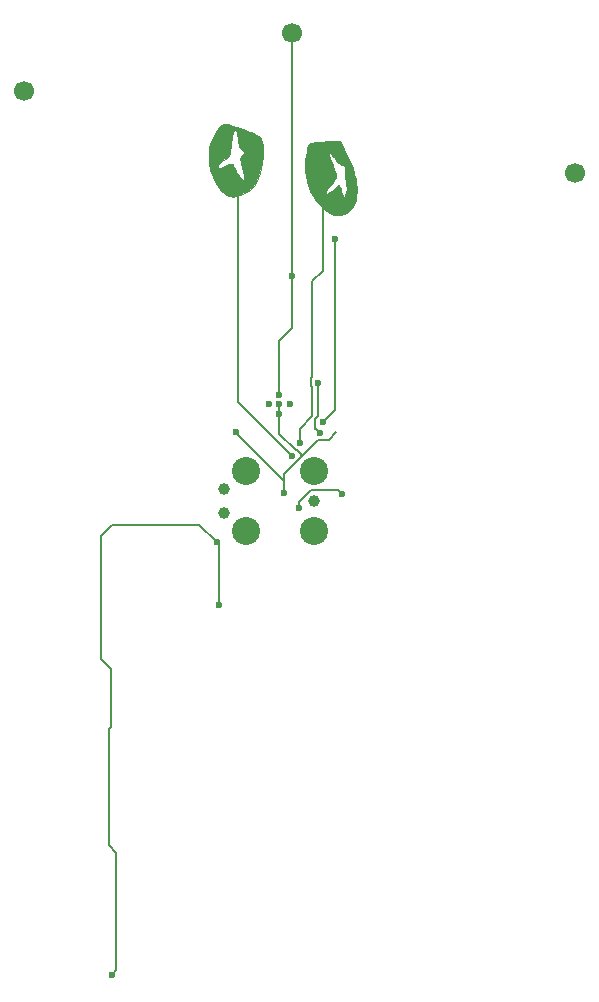
<source format=gtl>
G04 #@! TF.GenerationSoftware,KiCad,Pcbnew,5.1.4-e60b266~84~ubuntu19.04.1*
G04 #@! TF.CreationDate,2019-08-17T12:08:49-07:00*
G04 #@! TF.ProjectId,trevor2,74726576-6f72-4322-9e6b-696361645f70,rev?*
G04 #@! TF.SameCoordinates,Original*
G04 #@! TF.FileFunction,Copper,L1,Top*
G04 #@! TF.FilePolarity,Positive*
%FSLAX46Y46*%
G04 Gerber Fmt 4.6, Leading zero omitted, Abs format (unit mm)*
G04 Created by KiCad (PCBNEW 5.1.4-e60b266~84~ubuntu19.04.1) date 2019-08-17 12:08:49*
%MOMM*%
%LPD*%
G04 APERTURE LIST*
%ADD10C,0.010000*%
%ADD11C,1.700000*%
%ADD12C,0.990600*%
%ADD13C,2.375000*%
%ADD14C,0.600000*%
%ADD15C,0.180000*%
G04 APERTURE END LIST*
D10*
G36*
X144167834Y-67772140D02*
G01*
X144289917Y-67796192D01*
X144476752Y-67847804D01*
X144714808Y-67922282D01*
X144990554Y-68014933D01*
X145290458Y-68121061D01*
X145600992Y-68235973D01*
X145908623Y-68354975D01*
X146199820Y-68473373D01*
X146249962Y-68494476D01*
X146561873Y-68636102D01*
X146801553Y-68773003D01*
X146978131Y-68919094D01*
X147100732Y-69088289D01*
X147178485Y-69294501D01*
X147220518Y-69551645D01*
X147235957Y-69873634D01*
X147236771Y-69998767D01*
X147218681Y-70497613D01*
X147167227Y-71005252D01*
X147086002Y-71503138D01*
X146978599Y-71972721D01*
X146848610Y-72395454D01*
X146705714Y-72740382D01*
X146512660Y-73049138D01*
X146252583Y-73317455D01*
X145922205Y-73547842D01*
X145518244Y-73742809D01*
X145282203Y-73829624D01*
X144976900Y-73910652D01*
X144716000Y-73931321D01*
X144485368Y-73892438D01*
X144441779Y-73877641D01*
X144161122Y-73758935D01*
X143918400Y-73619366D01*
X143706531Y-73449849D01*
X143518430Y-73241300D01*
X143347014Y-72984633D01*
X143185200Y-72670763D01*
X143025905Y-72290607D01*
X142872009Y-71864334D01*
X142797182Y-71640455D01*
X142745692Y-71466376D01*
X142712484Y-71314077D01*
X142707660Y-71275800D01*
X143448895Y-71275800D01*
X143459551Y-71390985D01*
X143469334Y-71419834D01*
X143512740Y-71491471D01*
X143580355Y-71519004D01*
X143684691Y-71501257D01*
X143838256Y-71437054D01*
X143963674Y-71373405D01*
X144207813Y-71250088D01*
X144390596Y-71171091D01*
X144520947Y-71133515D01*
X144607787Y-71134464D01*
X144643132Y-71152661D01*
X144688926Y-71211948D01*
X144758984Y-71326939D01*
X144841035Y-71476959D01*
X144875636Y-71544473D01*
X145015359Y-71807925D01*
X145157796Y-72050255D01*
X145295829Y-72261570D01*
X145422339Y-72431976D01*
X145530206Y-72551582D01*
X145612311Y-72610494D01*
X145644705Y-72613177D01*
X145671215Y-72562454D01*
X145685123Y-72442273D01*
X145686258Y-72325828D01*
X145663616Y-72109142D01*
X145603492Y-71819896D01*
X145506822Y-71462167D01*
X145425271Y-71176954D01*
X145370242Y-70959359D01*
X145341668Y-70796615D01*
X145339479Y-70675956D01*
X145363609Y-70584616D01*
X145413990Y-70509829D01*
X145490553Y-70438831D01*
X145501334Y-70430090D01*
X145627467Y-70304556D01*
X145671398Y-70192919D01*
X145633257Y-70089340D01*
X145513175Y-69987978D01*
X145511295Y-69986789D01*
X145398677Y-69908355D01*
X145311211Y-69834802D01*
X145294253Y-69816692D01*
X145265908Y-69748104D01*
X145233304Y-69615481D01*
X145200794Y-69439017D01*
X145176680Y-69271185D01*
X145127737Y-68928413D01*
X145076374Y-68665760D01*
X145020695Y-68478680D01*
X144958803Y-68362625D01*
X144888801Y-68313049D01*
X144808791Y-68325407D01*
X144787139Y-68337554D01*
X144730249Y-68401950D01*
X144682011Y-68521995D01*
X144640850Y-68704812D01*
X144605190Y-68957523D01*
X144573456Y-69287253D01*
X144571351Y-69313281D01*
X144537085Y-69688486D01*
X144499990Y-69987188D01*
X144458688Y-70217538D01*
X144411798Y-70387688D01*
X144374495Y-70476151D01*
X144305232Y-70557642D01*
X144178563Y-70659017D01*
X144013980Y-70764735D01*
X144008909Y-70767668D01*
X143765496Y-70917539D01*
X143595360Y-71046941D01*
X143491995Y-71163740D01*
X143448895Y-71275800D01*
X142707660Y-71275800D01*
X142692503Y-71155538D01*
X142680696Y-70962741D01*
X142673747Y-70765327D01*
X142670660Y-70484264D01*
X142677715Y-70214613D01*
X142693847Y-69984390D01*
X142707522Y-69876327D01*
X142789374Y-69507243D01*
X142912664Y-69137640D01*
X143069227Y-68782933D01*
X143250899Y-68458539D01*
X143449516Y-68179873D01*
X143656912Y-67962353D01*
X143765667Y-67878424D01*
X143892792Y-67801738D01*
X143997935Y-67768698D01*
X144123587Y-67768075D01*
X144167834Y-67772140D01*
X144167834Y-67772140D01*
G37*
X144167834Y-67772140D02*
X144289917Y-67796192D01*
X144476752Y-67847804D01*
X144714808Y-67922282D01*
X144990554Y-68014933D01*
X145290458Y-68121061D01*
X145600992Y-68235973D01*
X145908623Y-68354975D01*
X146199820Y-68473373D01*
X146249962Y-68494476D01*
X146561873Y-68636102D01*
X146801553Y-68773003D01*
X146978131Y-68919094D01*
X147100732Y-69088289D01*
X147178485Y-69294501D01*
X147220518Y-69551645D01*
X147235957Y-69873634D01*
X147236771Y-69998767D01*
X147218681Y-70497613D01*
X147167227Y-71005252D01*
X147086002Y-71503138D01*
X146978599Y-71972721D01*
X146848610Y-72395454D01*
X146705714Y-72740382D01*
X146512660Y-73049138D01*
X146252583Y-73317455D01*
X145922205Y-73547842D01*
X145518244Y-73742809D01*
X145282203Y-73829624D01*
X144976900Y-73910652D01*
X144716000Y-73931321D01*
X144485368Y-73892438D01*
X144441779Y-73877641D01*
X144161122Y-73758935D01*
X143918400Y-73619366D01*
X143706531Y-73449849D01*
X143518430Y-73241300D01*
X143347014Y-72984633D01*
X143185200Y-72670763D01*
X143025905Y-72290607D01*
X142872009Y-71864334D01*
X142797182Y-71640455D01*
X142745692Y-71466376D01*
X142712484Y-71314077D01*
X142707660Y-71275800D01*
X143448895Y-71275800D01*
X143459551Y-71390985D01*
X143469334Y-71419834D01*
X143512740Y-71491471D01*
X143580355Y-71519004D01*
X143684691Y-71501257D01*
X143838256Y-71437054D01*
X143963674Y-71373405D01*
X144207813Y-71250088D01*
X144390596Y-71171091D01*
X144520947Y-71133515D01*
X144607787Y-71134464D01*
X144643132Y-71152661D01*
X144688926Y-71211948D01*
X144758984Y-71326939D01*
X144841035Y-71476959D01*
X144875636Y-71544473D01*
X145015359Y-71807925D01*
X145157796Y-72050255D01*
X145295829Y-72261570D01*
X145422339Y-72431976D01*
X145530206Y-72551582D01*
X145612311Y-72610494D01*
X145644705Y-72613177D01*
X145671215Y-72562454D01*
X145685123Y-72442273D01*
X145686258Y-72325828D01*
X145663616Y-72109142D01*
X145603492Y-71819896D01*
X145506822Y-71462167D01*
X145425271Y-71176954D01*
X145370242Y-70959359D01*
X145341668Y-70796615D01*
X145339479Y-70675956D01*
X145363609Y-70584616D01*
X145413990Y-70509829D01*
X145490553Y-70438831D01*
X145501334Y-70430090D01*
X145627467Y-70304556D01*
X145671398Y-70192919D01*
X145633257Y-70089340D01*
X145513175Y-69987978D01*
X145511295Y-69986789D01*
X145398677Y-69908355D01*
X145311211Y-69834802D01*
X145294253Y-69816692D01*
X145265908Y-69748104D01*
X145233304Y-69615481D01*
X145200794Y-69439017D01*
X145176680Y-69271185D01*
X145127737Y-68928413D01*
X145076374Y-68665760D01*
X145020695Y-68478680D01*
X144958803Y-68362625D01*
X144888801Y-68313049D01*
X144808791Y-68325407D01*
X144787139Y-68337554D01*
X144730249Y-68401950D01*
X144682011Y-68521995D01*
X144640850Y-68704812D01*
X144605190Y-68957523D01*
X144573456Y-69287253D01*
X144571351Y-69313281D01*
X144537085Y-69688486D01*
X144499990Y-69987188D01*
X144458688Y-70217538D01*
X144411798Y-70387688D01*
X144374495Y-70476151D01*
X144305232Y-70557642D01*
X144178563Y-70659017D01*
X144013980Y-70764735D01*
X144008909Y-70767668D01*
X143765496Y-70917539D01*
X143595360Y-71046941D01*
X143491995Y-71163740D01*
X143448895Y-71275800D01*
X142707660Y-71275800D01*
X142692503Y-71155538D01*
X142680696Y-70962741D01*
X142673747Y-70765327D01*
X142670660Y-70484264D01*
X142677715Y-70214613D01*
X142693847Y-69984390D01*
X142707522Y-69876327D01*
X142789374Y-69507243D01*
X142912664Y-69137640D01*
X143069227Y-68782933D01*
X143250899Y-68458539D01*
X143449516Y-68179873D01*
X143656912Y-67962353D01*
X143765667Y-67878424D01*
X143892792Y-67801738D01*
X143997935Y-67768698D01*
X144123587Y-67768075D01*
X144167834Y-67772140D01*
G36*
X154124369Y-69863659D02*
G01*
X154409369Y-70477766D01*
X154646083Y-71032596D01*
X154837068Y-71536571D01*
X154984879Y-71998114D01*
X155092074Y-72425648D01*
X155161210Y-72827598D01*
X155194842Y-73212386D01*
X155199147Y-73404772D01*
X155175353Y-73854901D01*
X155101023Y-74244462D01*
X154972741Y-74583231D01*
X154787090Y-74880985D01*
X154614731Y-75076709D01*
X154364347Y-75287740D01*
X154102996Y-75423049D01*
X153810384Y-75490951D01*
X153574829Y-75502819D01*
X153370377Y-75490233D01*
X153188004Y-75459134D01*
X153100167Y-75432050D01*
X152744622Y-75247759D01*
X152395265Y-74989696D01*
X152062831Y-74668635D01*
X151758058Y-74295349D01*
X151491683Y-73880610D01*
X151418068Y-73744312D01*
X151344694Y-73596139D01*
X152583663Y-73596139D01*
X152603713Y-73663015D01*
X152678461Y-73684667D01*
X152766004Y-73656026D01*
X152901939Y-73575325D01*
X153074810Y-73450395D01*
X153273164Y-73289065D01*
X153333716Y-73236679D01*
X153459110Y-73127178D01*
X153567373Y-73033398D01*
X153635648Y-72975136D01*
X153636894Y-72974099D01*
X153667259Y-72956785D01*
X153695433Y-72967479D01*
X153726845Y-73017143D01*
X153766927Y-73116741D01*
X153821108Y-73277235D01*
X153882131Y-73469175D01*
X153963748Y-73717626D01*
X154030031Y-73888661D01*
X154085440Y-73987187D01*
X154134433Y-74018108D01*
X154181469Y-73986329D01*
X154231008Y-73896757D01*
X154243823Y-73867066D01*
X154313253Y-73610316D01*
X154335804Y-73287377D01*
X154311391Y-72902622D01*
X154268337Y-72610267D01*
X154231545Y-72370807D01*
X154202089Y-72120593D01*
X154183592Y-71893967D01*
X154179089Y-71763600D01*
X154176099Y-71541903D01*
X154164659Y-71391309D01*
X154139747Y-71298325D01*
X154096338Y-71249455D01*
X154029408Y-71231207D01*
X153980181Y-71229334D01*
X153882012Y-71219057D01*
X153786418Y-71182623D01*
X153683476Y-71111624D01*
X153563264Y-70997653D01*
X153415859Y-70832301D01*
X153231340Y-70607162D01*
X153200896Y-70569032D01*
X153063688Y-70399520D01*
X152945250Y-70258405D01*
X152855239Y-70156788D01*
X152803312Y-70105771D01*
X152794923Y-70102299D01*
X152802756Y-70146010D01*
X152835388Y-70257571D01*
X152888997Y-70425152D01*
X152959759Y-70636920D01*
X153043850Y-70881044D01*
X153078593Y-70980084D01*
X153202239Y-71338602D01*
X153295537Y-71628674D01*
X153360786Y-71859978D01*
X153400285Y-72042188D01*
X153416332Y-72184979D01*
X153411226Y-72298027D01*
X153402360Y-72342892D01*
X153365953Y-72417567D01*
X153287564Y-72539228D01*
X153179434Y-72689836D01*
X153076840Y-72822681D01*
X152865058Y-73097310D01*
X152713095Y-73315972D01*
X152619710Y-73481353D01*
X152583663Y-73596139D01*
X151344694Y-73596139D01*
X151277850Y-73461154D01*
X151166913Y-73205710D01*
X151072880Y-72945563D01*
X150983375Y-72648295D01*
X150942757Y-72499334D01*
X150877542Y-72166747D01*
X150839589Y-71777650D01*
X150828303Y-71355486D01*
X150843087Y-70923697D01*
X150883344Y-70505723D01*
X150948476Y-70125008D01*
X151009153Y-69891274D01*
X151093218Y-69667236D01*
X151190420Y-69514144D01*
X151312974Y-69418281D01*
X151473092Y-69365931D01*
X151477724Y-69365054D01*
X151602664Y-69347508D01*
X151798731Y-69327271D01*
X152052469Y-69305362D01*
X152350418Y-69282800D01*
X152679121Y-69260608D01*
X153025121Y-69239803D01*
X153368600Y-69221717D01*
X153806367Y-69200406D01*
X154124369Y-69863659D01*
X154124369Y-69863659D01*
G37*
X154124369Y-69863659D02*
X154409369Y-70477766D01*
X154646083Y-71032596D01*
X154837068Y-71536571D01*
X154984879Y-71998114D01*
X155092074Y-72425648D01*
X155161210Y-72827598D01*
X155194842Y-73212386D01*
X155199147Y-73404772D01*
X155175353Y-73854901D01*
X155101023Y-74244462D01*
X154972741Y-74583231D01*
X154787090Y-74880985D01*
X154614731Y-75076709D01*
X154364347Y-75287740D01*
X154102996Y-75423049D01*
X153810384Y-75490951D01*
X153574829Y-75502819D01*
X153370377Y-75490233D01*
X153188004Y-75459134D01*
X153100167Y-75432050D01*
X152744622Y-75247759D01*
X152395265Y-74989696D01*
X152062831Y-74668635D01*
X151758058Y-74295349D01*
X151491683Y-73880610D01*
X151418068Y-73744312D01*
X151344694Y-73596139D01*
X152583663Y-73596139D01*
X152603713Y-73663015D01*
X152678461Y-73684667D01*
X152766004Y-73656026D01*
X152901939Y-73575325D01*
X153074810Y-73450395D01*
X153273164Y-73289065D01*
X153333716Y-73236679D01*
X153459110Y-73127178D01*
X153567373Y-73033398D01*
X153635648Y-72975136D01*
X153636894Y-72974099D01*
X153667259Y-72956785D01*
X153695433Y-72967479D01*
X153726845Y-73017143D01*
X153766927Y-73116741D01*
X153821108Y-73277235D01*
X153882131Y-73469175D01*
X153963748Y-73717626D01*
X154030031Y-73888661D01*
X154085440Y-73987187D01*
X154134433Y-74018108D01*
X154181469Y-73986329D01*
X154231008Y-73896757D01*
X154243823Y-73867066D01*
X154313253Y-73610316D01*
X154335804Y-73287377D01*
X154311391Y-72902622D01*
X154268337Y-72610267D01*
X154231545Y-72370807D01*
X154202089Y-72120593D01*
X154183592Y-71893967D01*
X154179089Y-71763600D01*
X154176099Y-71541903D01*
X154164659Y-71391309D01*
X154139747Y-71298325D01*
X154096338Y-71249455D01*
X154029408Y-71231207D01*
X153980181Y-71229334D01*
X153882012Y-71219057D01*
X153786418Y-71182623D01*
X153683476Y-71111624D01*
X153563264Y-70997653D01*
X153415859Y-70832301D01*
X153231340Y-70607162D01*
X153200896Y-70569032D01*
X153063688Y-70399520D01*
X152945250Y-70258405D01*
X152855239Y-70156788D01*
X152803312Y-70105771D01*
X152794923Y-70102299D01*
X152802756Y-70146010D01*
X152835388Y-70257571D01*
X152888997Y-70425152D01*
X152959759Y-70636920D01*
X153043850Y-70881044D01*
X153078593Y-70980084D01*
X153202239Y-71338602D01*
X153295537Y-71628674D01*
X153360786Y-71859978D01*
X153400285Y-72042188D01*
X153416332Y-72184979D01*
X153411226Y-72298027D01*
X153402360Y-72342892D01*
X153365953Y-72417567D01*
X153287564Y-72539228D01*
X153179434Y-72689836D01*
X153076840Y-72822681D01*
X152865058Y-73097310D01*
X152713095Y-73315972D01*
X152619710Y-73481353D01*
X152583663Y-73596139D01*
X151344694Y-73596139D01*
X151277850Y-73461154D01*
X151166913Y-73205710D01*
X151072880Y-72945563D01*
X150983375Y-72648295D01*
X150942757Y-72499334D01*
X150877542Y-72166747D01*
X150839589Y-71777650D01*
X150828303Y-71355486D01*
X150843087Y-70923697D01*
X150883344Y-70505723D01*
X150948476Y-70125008D01*
X151009153Y-69891274D01*
X151093218Y-69667236D01*
X151190420Y-69514144D01*
X151312974Y-69418281D01*
X151473092Y-69365931D01*
X151477724Y-69365054D01*
X151602664Y-69347508D01*
X151798731Y-69327271D01*
X152052469Y-69305362D01*
X152350418Y-69282800D01*
X152679121Y-69260608D01*
X153025121Y-69239803D01*
X153368600Y-69221717D01*
X153806367Y-69200406D01*
X154124369Y-69863659D01*
D11*
X149750000Y-60100000D03*
X127050000Y-65000000D03*
X173650000Y-71900000D03*
D12*
X143940000Y-100716000D03*
X143940000Y-98684000D03*
X151560000Y-99700000D03*
D13*
X145845000Y-97160000D03*
X145845000Y-102240000D03*
X151560000Y-102240000D03*
X151560000Y-97160000D03*
D14*
X147800000Y-91450000D03*
X149550000Y-91450000D03*
X148650000Y-92300000D03*
X148650000Y-90700000D03*
X149020000Y-99065000D03*
X148650000Y-91450000D03*
X144950000Y-93900000D03*
X149750000Y-80650000D03*
X134500000Y-139800000D03*
X143350000Y-103200000D03*
X143550000Y-108500000D03*
X152307776Y-93034448D03*
X153350000Y-77550000D03*
X151950000Y-89750000D03*
X153950000Y-99100000D03*
X150290000Y-100335000D03*
X152043141Y-93916538D03*
X149717590Y-95891348D03*
X150359990Y-94833278D03*
D15*
X149020000Y-97430000D02*
X149020000Y-99065000D01*
X150475000Y-95975000D02*
X149020000Y-97430000D01*
X150076789Y-95423279D02*
X150176789Y-95423279D01*
X148650000Y-91450000D02*
X148650000Y-93996490D01*
X150176789Y-95423279D02*
X150475000Y-95721490D01*
X148650000Y-93996490D02*
X150076789Y-95423279D01*
X150475000Y-95721490D02*
X150475000Y-95975000D01*
X151909998Y-94540002D02*
X150475000Y-95975000D01*
X152809998Y-94540002D02*
X151909998Y-94540002D01*
X153450000Y-93900000D02*
X152809998Y-94540002D01*
X148650000Y-86150000D02*
X148650000Y-90700000D01*
X149750000Y-85050000D02*
X148650000Y-86150000D01*
X145249999Y-94199999D02*
X144950000Y-93900000D01*
X149020000Y-97970000D02*
X145249999Y-94199999D01*
X149020000Y-99065000D02*
X149020000Y-97970000D01*
X149750000Y-60100000D02*
X149750000Y-80650000D01*
X149750000Y-80650000D02*
X149750000Y-85050000D01*
X134500000Y-139800000D02*
X134850000Y-139450000D01*
X134850000Y-139450000D02*
X134850000Y-129500000D01*
X134850000Y-129500000D02*
X134200000Y-128850000D01*
X134200000Y-128850000D02*
X134200000Y-119050000D01*
X134200000Y-119050000D02*
X134400000Y-118850000D01*
X134400000Y-118850000D02*
X134400000Y-114200000D01*
X134400000Y-113940391D02*
X133550000Y-113090391D01*
X134400000Y-114200000D02*
X134400000Y-113940391D01*
X133550000Y-113090391D02*
X133550000Y-102650000D01*
X133550000Y-102650000D02*
X134500000Y-101700000D01*
X134500000Y-101700000D02*
X141850000Y-101700000D01*
X141850000Y-101700000D02*
X143350000Y-103200000D01*
X143550000Y-103400000D02*
X143350000Y-103200000D01*
X143550000Y-108500000D02*
X143550000Y-103400000D01*
X153350000Y-77974264D02*
X153350000Y-77550000D01*
X153350000Y-91992224D02*
X153350000Y-77974264D01*
X152307776Y-93034448D02*
X153350000Y-91992224D01*
X150290000Y-99807754D02*
X150290000Y-100335000D01*
X151297753Y-98800001D02*
X150290000Y-99807754D01*
X153650001Y-98800001D02*
X151297753Y-98800001D01*
X153950000Y-99100000D02*
X153650001Y-98800001D01*
X151950000Y-89750000D02*
X151950000Y-92519020D01*
X151697414Y-92771606D02*
X151697414Y-93570811D01*
X151950000Y-92519020D02*
X151697414Y-92771606D01*
X151743142Y-93616539D02*
X152043141Y-93916538D01*
X151697414Y-93570811D02*
X151743142Y-93616539D01*
X145150000Y-73000000D02*
X145150000Y-91323758D01*
X149417591Y-95591349D02*
X149717590Y-95891348D01*
X145150000Y-91323758D02*
X149417591Y-95591349D01*
X151450000Y-92481604D02*
X150359990Y-93571614D01*
X151450000Y-90073202D02*
X151450000Y-92481604D01*
X151309999Y-89316799D02*
X151309999Y-89933201D01*
X151309999Y-89933201D02*
X151450000Y-90073202D01*
X152300000Y-73900000D02*
X152300000Y-80200000D01*
X151450000Y-89176798D02*
X151309999Y-89316799D01*
X150359990Y-94409014D02*
X150359990Y-94833278D01*
X150359990Y-93571614D02*
X150359990Y-94409014D01*
X152200000Y-73800000D02*
X152300000Y-73900000D01*
X152300000Y-80200000D02*
X151450000Y-81050000D01*
X151450000Y-81050000D02*
X151450000Y-89176798D01*
M02*

</source>
